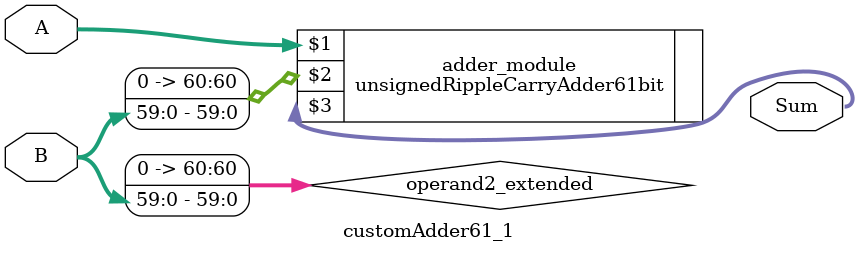
<source format=v>
module customAdder61_1(
                        input [60 : 0] A,
                        input [59 : 0] B,
                        
                        output [61 : 0] Sum
                );

        wire [60 : 0] operand2_extended;
        
        assign operand2_extended =  {1'b0, B};
        
        unsignedRippleCarryAdder61bit adder_module(
            A,
            operand2_extended,
            Sum
        );
        
        endmodule
        
</source>
